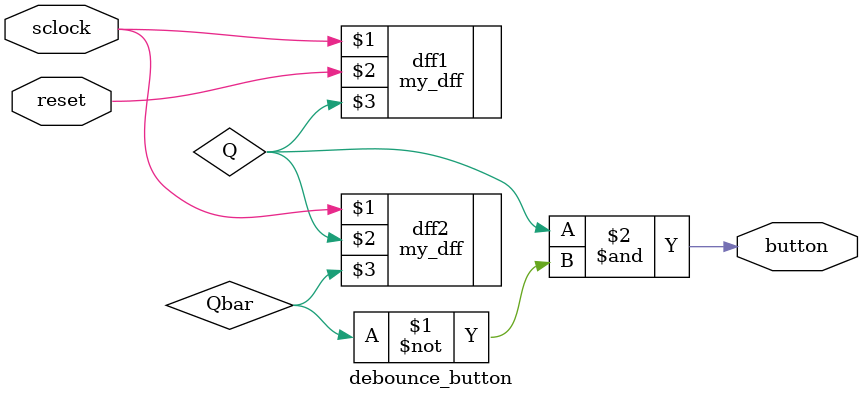
<source format=v>
`timescale 1ns / 1ps


module debounce_button(input sclock, reset, output button);
    wire Q;
    wire Qbar;
    
    my_dff dff1 (sclock, reset, Q);
    my_dff dff2 (sclock, Q, Qbar);
    assign button = Q & ~Qbar;
endmodule

</source>
